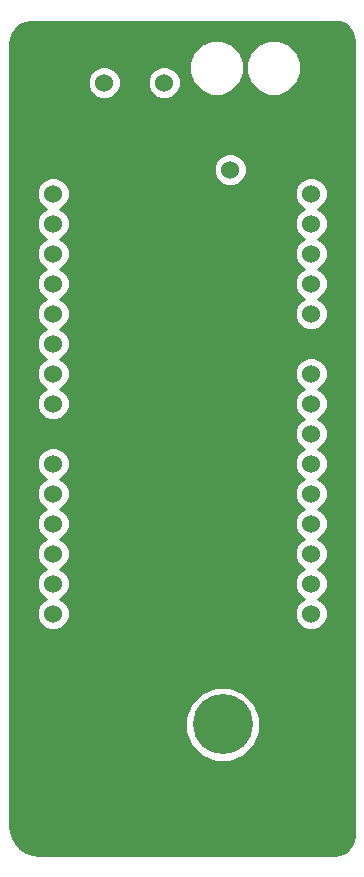
<source format=gbr>
G04 #@! TF.GenerationSoftware,KiCad,Pcbnew,(5.0.0)*
G04 #@! TF.CreationDate,2018-12-19T08:47:06-06:00*
G04 #@! TF.ProjectId,VoltageTransmitter_Hardware,566F6C746167655472616E736D697474,rev?*
G04 #@! TF.SameCoordinates,Original*
G04 #@! TF.FileFunction,Copper,L1,Top,Signal*
G04 #@! TF.FilePolarity,Positive*
%FSLAX46Y46*%
G04 Gerber Fmt 4.6, Leading zero omitted, Abs format (unit mm)*
G04 Created by KiCad (PCBNEW (5.0.0)) date 12/19/18 08:47:06*
%MOMM*%
%LPD*%
G01*
G04 APERTURE LIST*
G04 #@! TA.AperFunction,ComponentPad*
%ADD10C,1.524000*%
G04 #@! TD*
G04 #@! TA.AperFunction,ComponentPad*
%ADD11C,5.080000*%
G04 #@! TD*
G04 #@! TA.AperFunction,Conductor*
%ADD12C,0.254000*%
G04 #@! TD*
G04 APERTURE END LIST*
D10*
G04 #@! TO.P,U2,1*
G04 #@! TO.N,Din*
X143002000Y-99314000D03*
G04 #@! TO.P,U2,2*
G04 #@! TO.N,Net-(U2-Pad2)*
X143002000Y-96774000D03*
G04 #@! TO.P,U2,3*
G04 #@! TO.N,Net-(U2-Pad3)*
X143002000Y-94234000D03*
G04 #@! TO.P,U2,4*
G04 #@! TO.N,Net-(U2-Pad4)*
X143002000Y-91694000D03*
G04 #@! TO.P,U2,5*
G04 #@! TO.N,Net-(U2-Pad5)*
X143002000Y-89154000D03*
G04 #@! TO.P,U2,6*
G04 #@! TO.N,Net-(U2-Pad6)*
X143002000Y-86614000D03*
G04 #@! TO.P,U2,7*
G04 #@! TO.N,Net-(U2-Pad7)*
X143002000Y-84074000D03*
G04 #@! TO.P,U2,8*
G04 #@! TO.N,Net-(U2-Pad8)*
X143002000Y-81534000D03*
G04 #@! TO.P,U2,9*
G04 #@! TO.N,Net-(U2-Pad9)*
X143002000Y-78994000D03*
G04 #@! TO.P,U2,10*
G04 #@! TO.N,GND*
X143002000Y-76454000D03*
G04 #@! TO.P,U2,11*
G04 #@! TO.N,+3V3*
X143002000Y-73914000D03*
G04 #@! TO.P,U2,12*
G04 #@! TO.N,Net-(U2-Pad12)*
X143002000Y-71374000D03*
G04 #@! TO.P,U2,13*
G04 #@! TO.N,Net-(U2-Pad13)*
X143002000Y-68834000D03*
G04 #@! TO.P,U2,14*
G04 #@! TO.N,Net-(U2-Pad14)*
X143002000Y-66294000D03*
G04 #@! TO.P,U2,15*
G04 #@! TO.N,Net-(U2-Pad15)*
X143002000Y-63754000D03*
G04 #@! TO.P,U2,16*
G04 #@! TO.N,Net-(U2-Pad16)*
X121158000Y-63754000D03*
G04 #@! TO.P,U2,17*
G04 #@! TO.N,Net-(U2-Pad17)*
X121158000Y-66294000D03*
G04 #@! TO.P,U2,18*
G04 #@! TO.N,Net-(U2-Pad18)*
X121158000Y-68834000D03*
G04 #@! TO.P,U2,19*
G04 #@! TO.N,Net-(U2-Pad19)*
X121158000Y-71374000D03*
G04 #@! TO.P,U2,20*
G04 #@! TO.N,Net-(U2-Pad20)*
X121158000Y-73914000D03*
G04 #@! TO.P,U2,21*
G04 #@! TO.N,Net-(U2-Pad21)*
X121158000Y-76454000D03*
G04 #@! TO.P,U2,22*
G04 #@! TO.N,Net-(U2-Pad22)*
X121158000Y-78994000D03*
G04 #@! TO.P,U2,23*
G04 #@! TO.N,Net-(U2-Pad23)*
X121158000Y-81534000D03*
G04 #@! TO.P,U2,24*
G04 #@! TO.N,GND*
X121158000Y-84074000D03*
G04 #@! TO.P,U2,25*
G04 #@! TO.N,Net-(U2-Pad25)*
X121158000Y-86614000D03*
G04 #@! TO.P,U2,26*
G04 #@! TO.N,Net-(U2-Pad26)*
X121158000Y-89154000D03*
G04 #@! TO.P,U2,27*
G04 #@! TO.N,Net-(U2-Pad27)*
X121158000Y-91694000D03*
G04 #@! TO.P,U2,28*
G04 #@! TO.N,Net-(U2-Pad28)*
X121158000Y-94234000D03*
G04 #@! TO.P,U2,29*
G04 #@! TO.N,Net-(U2-Pad29)*
X121158000Y-96774000D03*
G04 #@! TO.P,U2,30*
G04 #@! TO.N,Net-(U2-Pad30)*
X121158000Y-99314000D03*
G04 #@! TD*
D11*
G04 #@! TO.P,Conn1,1*
G04 #@! TO.N,GND*
X127507000Y-108686600D03*
G04 #@! TO.P,Conn1,2*
G04 #@! TO.N,Net-(Conn1-Pad2)*
X135508000Y-108686600D03*
G04 #@! TD*
D10*
G04 #@! TO.P,Conn2,1*
G04 #@! TO.N,GND*
X138684000Y-61722000D03*
G04 #@! TO.P,Conn2,2*
G04 #@! TO.N,Net-(C1-Pad1)*
X136144000Y-61722000D03*
G04 #@! TD*
G04 #@! TO.P,U1,1*
G04 #@! TO.N,Net-(C1-Pad1)*
X130556000Y-54356000D03*
G04 #@! TO.P,U1,2*
G04 #@! TO.N,GND*
X128016000Y-54356000D03*
G04 #@! TO.P,U1,3*
G04 #@! TO.N,+3V3*
X125476000Y-54356000D03*
G04 #@! TD*
D12*
G04 #@! TO.N,GND*
G36*
X145446839Y-49259263D02*
X145831546Y-49418613D01*
X146161897Y-49672100D01*
X146415387Y-50002455D01*
X146574737Y-50387161D01*
X146635001Y-50844908D01*
X146635000Y-118065100D01*
X146574737Y-118522839D01*
X146415387Y-118907545D01*
X146161897Y-119237900D01*
X145831546Y-119491387D01*
X145446839Y-119650737D01*
X144989100Y-119711000D01*
X119927794Y-119711000D01*
X119345462Y-119643107D01*
X118832021Y-119456737D01*
X118375229Y-119157250D01*
X117999589Y-118760716D01*
X117725242Y-118288393D01*
X117564194Y-117756653D01*
X117525000Y-117317494D01*
X117525000Y-108055053D01*
X132333000Y-108055053D01*
X132333000Y-109318147D01*
X132816365Y-110485093D01*
X133709507Y-111378235D01*
X134876453Y-111861600D01*
X136139547Y-111861600D01*
X137306493Y-111378235D01*
X138199635Y-110485093D01*
X138683000Y-109318147D01*
X138683000Y-108055053D01*
X138199635Y-106888107D01*
X137306493Y-105994965D01*
X136139547Y-105511600D01*
X134876453Y-105511600D01*
X133709507Y-105994965D01*
X132816365Y-106888107D01*
X132333000Y-108055053D01*
X117525000Y-108055053D01*
X117525000Y-86336119D01*
X119761000Y-86336119D01*
X119761000Y-86891881D01*
X119973680Y-87405337D01*
X120366663Y-87798320D01*
X120573513Y-87884000D01*
X120366663Y-87969680D01*
X119973680Y-88362663D01*
X119761000Y-88876119D01*
X119761000Y-89431881D01*
X119973680Y-89945337D01*
X120366663Y-90338320D01*
X120573513Y-90424000D01*
X120366663Y-90509680D01*
X119973680Y-90902663D01*
X119761000Y-91416119D01*
X119761000Y-91971881D01*
X119973680Y-92485337D01*
X120366663Y-92878320D01*
X120573513Y-92964000D01*
X120366663Y-93049680D01*
X119973680Y-93442663D01*
X119761000Y-93956119D01*
X119761000Y-94511881D01*
X119973680Y-95025337D01*
X120366663Y-95418320D01*
X120573513Y-95504000D01*
X120366663Y-95589680D01*
X119973680Y-95982663D01*
X119761000Y-96496119D01*
X119761000Y-97051881D01*
X119973680Y-97565337D01*
X120366663Y-97958320D01*
X120573513Y-98044000D01*
X120366663Y-98129680D01*
X119973680Y-98522663D01*
X119761000Y-99036119D01*
X119761000Y-99591881D01*
X119973680Y-100105337D01*
X120366663Y-100498320D01*
X120880119Y-100711000D01*
X121435881Y-100711000D01*
X121949337Y-100498320D01*
X122342320Y-100105337D01*
X122555000Y-99591881D01*
X122555000Y-99036119D01*
X122342320Y-98522663D01*
X121949337Y-98129680D01*
X121742487Y-98044000D01*
X121949337Y-97958320D01*
X122342320Y-97565337D01*
X122555000Y-97051881D01*
X122555000Y-96496119D01*
X122342320Y-95982663D01*
X121949337Y-95589680D01*
X121742487Y-95504000D01*
X121949337Y-95418320D01*
X122342320Y-95025337D01*
X122555000Y-94511881D01*
X122555000Y-93956119D01*
X122342320Y-93442663D01*
X121949337Y-93049680D01*
X121742487Y-92964000D01*
X121949337Y-92878320D01*
X122342320Y-92485337D01*
X122555000Y-91971881D01*
X122555000Y-91416119D01*
X122342320Y-90902663D01*
X121949337Y-90509680D01*
X121742487Y-90424000D01*
X121949337Y-90338320D01*
X122342320Y-89945337D01*
X122555000Y-89431881D01*
X122555000Y-88876119D01*
X122342320Y-88362663D01*
X121949337Y-87969680D01*
X121742487Y-87884000D01*
X121949337Y-87798320D01*
X122342320Y-87405337D01*
X122555000Y-86891881D01*
X122555000Y-86336119D01*
X122342320Y-85822663D01*
X121949337Y-85429680D01*
X121435881Y-85217000D01*
X120880119Y-85217000D01*
X120366663Y-85429680D01*
X119973680Y-85822663D01*
X119761000Y-86336119D01*
X117525000Y-86336119D01*
X117525000Y-63476119D01*
X119761000Y-63476119D01*
X119761000Y-64031881D01*
X119973680Y-64545337D01*
X120366663Y-64938320D01*
X120573513Y-65024000D01*
X120366663Y-65109680D01*
X119973680Y-65502663D01*
X119761000Y-66016119D01*
X119761000Y-66571881D01*
X119973680Y-67085337D01*
X120366663Y-67478320D01*
X120573513Y-67564000D01*
X120366663Y-67649680D01*
X119973680Y-68042663D01*
X119761000Y-68556119D01*
X119761000Y-69111881D01*
X119973680Y-69625337D01*
X120366663Y-70018320D01*
X120573513Y-70104000D01*
X120366663Y-70189680D01*
X119973680Y-70582663D01*
X119761000Y-71096119D01*
X119761000Y-71651881D01*
X119973680Y-72165337D01*
X120366663Y-72558320D01*
X120573513Y-72644000D01*
X120366663Y-72729680D01*
X119973680Y-73122663D01*
X119761000Y-73636119D01*
X119761000Y-74191881D01*
X119973680Y-74705337D01*
X120366663Y-75098320D01*
X120573513Y-75184000D01*
X120366663Y-75269680D01*
X119973680Y-75662663D01*
X119761000Y-76176119D01*
X119761000Y-76731881D01*
X119973680Y-77245337D01*
X120366663Y-77638320D01*
X120573513Y-77724000D01*
X120366663Y-77809680D01*
X119973680Y-78202663D01*
X119761000Y-78716119D01*
X119761000Y-79271881D01*
X119973680Y-79785337D01*
X120366663Y-80178320D01*
X120573513Y-80264000D01*
X120366663Y-80349680D01*
X119973680Y-80742663D01*
X119761000Y-81256119D01*
X119761000Y-81811881D01*
X119973680Y-82325337D01*
X120366663Y-82718320D01*
X120880119Y-82931000D01*
X121435881Y-82931000D01*
X121949337Y-82718320D01*
X122342320Y-82325337D01*
X122555000Y-81811881D01*
X122555000Y-81256119D01*
X122342320Y-80742663D01*
X121949337Y-80349680D01*
X121742487Y-80264000D01*
X121949337Y-80178320D01*
X122342320Y-79785337D01*
X122555000Y-79271881D01*
X122555000Y-78716119D01*
X141605000Y-78716119D01*
X141605000Y-79271881D01*
X141817680Y-79785337D01*
X142210663Y-80178320D01*
X142417513Y-80264000D01*
X142210663Y-80349680D01*
X141817680Y-80742663D01*
X141605000Y-81256119D01*
X141605000Y-81811881D01*
X141817680Y-82325337D01*
X142210663Y-82718320D01*
X142417513Y-82804000D01*
X142210663Y-82889680D01*
X141817680Y-83282663D01*
X141605000Y-83796119D01*
X141605000Y-84351881D01*
X141817680Y-84865337D01*
X142210663Y-85258320D01*
X142417513Y-85344000D01*
X142210663Y-85429680D01*
X141817680Y-85822663D01*
X141605000Y-86336119D01*
X141605000Y-86891881D01*
X141817680Y-87405337D01*
X142210663Y-87798320D01*
X142417513Y-87884000D01*
X142210663Y-87969680D01*
X141817680Y-88362663D01*
X141605000Y-88876119D01*
X141605000Y-89431881D01*
X141817680Y-89945337D01*
X142210663Y-90338320D01*
X142417513Y-90424000D01*
X142210663Y-90509680D01*
X141817680Y-90902663D01*
X141605000Y-91416119D01*
X141605000Y-91971881D01*
X141817680Y-92485337D01*
X142210663Y-92878320D01*
X142417513Y-92964000D01*
X142210663Y-93049680D01*
X141817680Y-93442663D01*
X141605000Y-93956119D01*
X141605000Y-94511881D01*
X141817680Y-95025337D01*
X142210663Y-95418320D01*
X142417513Y-95504000D01*
X142210663Y-95589680D01*
X141817680Y-95982663D01*
X141605000Y-96496119D01*
X141605000Y-97051881D01*
X141817680Y-97565337D01*
X142210663Y-97958320D01*
X142417513Y-98044000D01*
X142210663Y-98129680D01*
X141817680Y-98522663D01*
X141605000Y-99036119D01*
X141605000Y-99591881D01*
X141817680Y-100105337D01*
X142210663Y-100498320D01*
X142724119Y-100711000D01*
X143279881Y-100711000D01*
X143793337Y-100498320D01*
X144186320Y-100105337D01*
X144399000Y-99591881D01*
X144399000Y-99036119D01*
X144186320Y-98522663D01*
X143793337Y-98129680D01*
X143586487Y-98044000D01*
X143793337Y-97958320D01*
X144186320Y-97565337D01*
X144399000Y-97051881D01*
X144399000Y-96496119D01*
X144186320Y-95982663D01*
X143793337Y-95589680D01*
X143586487Y-95504000D01*
X143793337Y-95418320D01*
X144186320Y-95025337D01*
X144399000Y-94511881D01*
X144399000Y-93956119D01*
X144186320Y-93442663D01*
X143793337Y-93049680D01*
X143586487Y-92964000D01*
X143793337Y-92878320D01*
X144186320Y-92485337D01*
X144399000Y-91971881D01*
X144399000Y-91416119D01*
X144186320Y-90902663D01*
X143793337Y-90509680D01*
X143586487Y-90424000D01*
X143793337Y-90338320D01*
X144186320Y-89945337D01*
X144399000Y-89431881D01*
X144399000Y-88876119D01*
X144186320Y-88362663D01*
X143793337Y-87969680D01*
X143586487Y-87884000D01*
X143793337Y-87798320D01*
X144186320Y-87405337D01*
X144399000Y-86891881D01*
X144399000Y-86336119D01*
X144186320Y-85822663D01*
X143793337Y-85429680D01*
X143586487Y-85344000D01*
X143793337Y-85258320D01*
X144186320Y-84865337D01*
X144399000Y-84351881D01*
X144399000Y-83796119D01*
X144186320Y-83282663D01*
X143793337Y-82889680D01*
X143586487Y-82804000D01*
X143793337Y-82718320D01*
X144186320Y-82325337D01*
X144399000Y-81811881D01*
X144399000Y-81256119D01*
X144186320Y-80742663D01*
X143793337Y-80349680D01*
X143586487Y-80264000D01*
X143793337Y-80178320D01*
X144186320Y-79785337D01*
X144399000Y-79271881D01*
X144399000Y-78716119D01*
X144186320Y-78202663D01*
X143793337Y-77809680D01*
X143279881Y-77597000D01*
X142724119Y-77597000D01*
X142210663Y-77809680D01*
X141817680Y-78202663D01*
X141605000Y-78716119D01*
X122555000Y-78716119D01*
X122342320Y-78202663D01*
X121949337Y-77809680D01*
X121742487Y-77724000D01*
X121949337Y-77638320D01*
X122342320Y-77245337D01*
X122555000Y-76731881D01*
X122555000Y-76176119D01*
X122342320Y-75662663D01*
X121949337Y-75269680D01*
X121742487Y-75184000D01*
X121949337Y-75098320D01*
X122342320Y-74705337D01*
X122555000Y-74191881D01*
X122555000Y-73636119D01*
X122342320Y-73122663D01*
X121949337Y-72729680D01*
X121742487Y-72644000D01*
X121949337Y-72558320D01*
X122342320Y-72165337D01*
X122555000Y-71651881D01*
X122555000Y-71096119D01*
X122342320Y-70582663D01*
X121949337Y-70189680D01*
X121742487Y-70104000D01*
X121949337Y-70018320D01*
X122342320Y-69625337D01*
X122555000Y-69111881D01*
X122555000Y-68556119D01*
X122342320Y-68042663D01*
X121949337Y-67649680D01*
X121742487Y-67564000D01*
X121949337Y-67478320D01*
X122342320Y-67085337D01*
X122555000Y-66571881D01*
X122555000Y-66016119D01*
X122342320Y-65502663D01*
X121949337Y-65109680D01*
X121742487Y-65024000D01*
X121949337Y-64938320D01*
X122342320Y-64545337D01*
X122555000Y-64031881D01*
X122555000Y-63476119D01*
X141605000Y-63476119D01*
X141605000Y-64031881D01*
X141817680Y-64545337D01*
X142210663Y-64938320D01*
X142417513Y-65024000D01*
X142210663Y-65109680D01*
X141817680Y-65502663D01*
X141605000Y-66016119D01*
X141605000Y-66571881D01*
X141817680Y-67085337D01*
X142210663Y-67478320D01*
X142417513Y-67564000D01*
X142210663Y-67649680D01*
X141817680Y-68042663D01*
X141605000Y-68556119D01*
X141605000Y-69111881D01*
X141817680Y-69625337D01*
X142210663Y-70018320D01*
X142417513Y-70104000D01*
X142210663Y-70189680D01*
X141817680Y-70582663D01*
X141605000Y-71096119D01*
X141605000Y-71651881D01*
X141817680Y-72165337D01*
X142210663Y-72558320D01*
X142417513Y-72644000D01*
X142210663Y-72729680D01*
X141817680Y-73122663D01*
X141605000Y-73636119D01*
X141605000Y-74191881D01*
X141817680Y-74705337D01*
X142210663Y-75098320D01*
X142724119Y-75311000D01*
X143279881Y-75311000D01*
X143793337Y-75098320D01*
X144186320Y-74705337D01*
X144399000Y-74191881D01*
X144399000Y-73636119D01*
X144186320Y-73122663D01*
X143793337Y-72729680D01*
X143586487Y-72644000D01*
X143793337Y-72558320D01*
X144186320Y-72165337D01*
X144399000Y-71651881D01*
X144399000Y-71096119D01*
X144186320Y-70582663D01*
X143793337Y-70189680D01*
X143586487Y-70104000D01*
X143793337Y-70018320D01*
X144186320Y-69625337D01*
X144399000Y-69111881D01*
X144399000Y-68556119D01*
X144186320Y-68042663D01*
X143793337Y-67649680D01*
X143586487Y-67564000D01*
X143793337Y-67478320D01*
X144186320Y-67085337D01*
X144399000Y-66571881D01*
X144399000Y-66016119D01*
X144186320Y-65502663D01*
X143793337Y-65109680D01*
X143586487Y-65024000D01*
X143793337Y-64938320D01*
X144186320Y-64545337D01*
X144399000Y-64031881D01*
X144399000Y-63476119D01*
X144186320Y-62962663D01*
X143793337Y-62569680D01*
X143279881Y-62357000D01*
X142724119Y-62357000D01*
X142210663Y-62569680D01*
X141817680Y-62962663D01*
X141605000Y-63476119D01*
X122555000Y-63476119D01*
X122342320Y-62962663D01*
X121949337Y-62569680D01*
X121435881Y-62357000D01*
X120880119Y-62357000D01*
X120366663Y-62569680D01*
X119973680Y-62962663D01*
X119761000Y-63476119D01*
X117525000Y-63476119D01*
X117525000Y-61444119D01*
X134747000Y-61444119D01*
X134747000Y-61999881D01*
X134959680Y-62513337D01*
X135352663Y-62906320D01*
X135866119Y-63119000D01*
X136421881Y-63119000D01*
X136935337Y-62906320D01*
X137328320Y-62513337D01*
X137541000Y-61999881D01*
X137541000Y-61444119D01*
X137328320Y-60930663D01*
X136935337Y-60537680D01*
X136421881Y-60325000D01*
X135866119Y-60325000D01*
X135352663Y-60537680D01*
X134959680Y-60930663D01*
X134747000Y-61444119D01*
X117525000Y-61444119D01*
X117525000Y-54078119D01*
X124079000Y-54078119D01*
X124079000Y-54633881D01*
X124291680Y-55147337D01*
X124684663Y-55540320D01*
X125198119Y-55753000D01*
X125753881Y-55753000D01*
X126267337Y-55540320D01*
X126660320Y-55147337D01*
X126873000Y-54633881D01*
X126873000Y-54078119D01*
X129159000Y-54078119D01*
X129159000Y-54633881D01*
X129371680Y-55147337D01*
X129764663Y-55540320D01*
X130278119Y-55753000D01*
X130833881Y-55753000D01*
X131347337Y-55540320D01*
X131740320Y-55147337D01*
X131953000Y-54633881D01*
X131953000Y-54078119D01*
X131740320Y-53564663D01*
X131347337Y-53171680D01*
X130833881Y-52959000D01*
X130278119Y-52959000D01*
X129764663Y-53171680D01*
X129371680Y-53564663D01*
X129159000Y-54078119D01*
X126873000Y-54078119D01*
X126660320Y-53564663D01*
X126267337Y-53171680D01*
X125753881Y-52959000D01*
X125198119Y-52959000D01*
X124684663Y-53171680D01*
X124291680Y-53564663D01*
X124079000Y-54078119D01*
X117525000Y-54078119D01*
X117525000Y-52616567D01*
X132641000Y-52616567D01*
X132641000Y-53555433D01*
X133000289Y-54422833D01*
X133664167Y-55086711D01*
X134531567Y-55446000D01*
X135470433Y-55446000D01*
X136337833Y-55086711D01*
X137001711Y-54422833D01*
X137361000Y-53555433D01*
X137361000Y-52616567D01*
X137359344Y-52612567D01*
X137469000Y-52612567D01*
X137469000Y-53551433D01*
X137828289Y-54418833D01*
X138492167Y-55082711D01*
X139359567Y-55442000D01*
X140298433Y-55442000D01*
X141165833Y-55082711D01*
X141829711Y-54418833D01*
X142189000Y-53551433D01*
X142189000Y-52612567D01*
X141829711Y-51745167D01*
X141165833Y-51081289D01*
X140298433Y-50722000D01*
X139359567Y-50722000D01*
X138492167Y-51081289D01*
X137828289Y-51745167D01*
X137469000Y-52612567D01*
X137359344Y-52612567D01*
X137001711Y-51749167D01*
X136337833Y-51085289D01*
X135470433Y-50726000D01*
X134531567Y-50726000D01*
X133664167Y-51085289D01*
X133000289Y-51749167D01*
X132641000Y-52616567D01*
X117525000Y-52616567D01*
X117525000Y-51097101D01*
X117588552Y-50594033D01*
X117759222Y-50162971D01*
X118031732Y-49787892D01*
X118388960Y-49492367D01*
X118808454Y-49294968D01*
X119295913Y-49201981D01*
X119390760Y-49199000D01*
X144989100Y-49199000D01*
X145446839Y-49259263D01*
X145446839Y-49259263D01*
G37*
X145446839Y-49259263D02*
X145831546Y-49418613D01*
X146161897Y-49672100D01*
X146415387Y-50002455D01*
X146574737Y-50387161D01*
X146635001Y-50844908D01*
X146635000Y-118065100D01*
X146574737Y-118522839D01*
X146415387Y-118907545D01*
X146161897Y-119237900D01*
X145831546Y-119491387D01*
X145446839Y-119650737D01*
X144989100Y-119711000D01*
X119927794Y-119711000D01*
X119345462Y-119643107D01*
X118832021Y-119456737D01*
X118375229Y-119157250D01*
X117999589Y-118760716D01*
X117725242Y-118288393D01*
X117564194Y-117756653D01*
X117525000Y-117317494D01*
X117525000Y-108055053D01*
X132333000Y-108055053D01*
X132333000Y-109318147D01*
X132816365Y-110485093D01*
X133709507Y-111378235D01*
X134876453Y-111861600D01*
X136139547Y-111861600D01*
X137306493Y-111378235D01*
X138199635Y-110485093D01*
X138683000Y-109318147D01*
X138683000Y-108055053D01*
X138199635Y-106888107D01*
X137306493Y-105994965D01*
X136139547Y-105511600D01*
X134876453Y-105511600D01*
X133709507Y-105994965D01*
X132816365Y-106888107D01*
X132333000Y-108055053D01*
X117525000Y-108055053D01*
X117525000Y-86336119D01*
X119761000Y-86336119D01*
X119761000Y-86891881D01*
X119973680Y-87405337D01*
X120366663Y-87798320D01*
X120573513Y-87884000D01*
X120366663Y-87969680D01*
X119973680Y-88362663D01*
X119761000Y-88876119D01*
X119761000Y-89431881D01*
X119973680Y-89945337D01*
X120366663Y-90338320D01*
X120573513Y-90424000D01*
X120366663Y-90509680D01*
X119973680Y-90902663D01*
X119761000Y-91416119D01*
X119761000Y-91971881D01*
X119973680Y-92485337D01*
X120366663Y-92878320D01*
X120573513Y-92964000D01*
X120366663Y-93049680D01*
X119973680Y-93442663D01*
X119761000Y-93956119D01*
X119761000Y-94511881D01*
X119973680Y-95025337D01*
X120366663Y-95418320D01*
X120573513Y-95504000D01*
X120366663Y-95589680D01*
X119973680Y-95982663D01*
X119761000Y-96496119D01*
X119761000Y-97051881D01*
X119973680Y-97565337D01*
X120366663Y-97958320D01*
X120573513Y-98044000D01*
X120366663Y-98129680D01*
X119973680Y-98522663D01*
X119761000Y-99036119D01*
X119761000Y-99591881D01*
X119973680Y-100105337D01*
X120366663Y-100498320D01*
X120880119Y-100711000D01*
X121435881Y-100711000D01*
X121949337Y-100498320D01*
X122342320Y-100105337D01*
X122555000Y-99591881D01*
X122555000Y-99036119D01*
X122342320Y-98522663D01*
X121949337Y-98129680D01*
X121742487Y-98044000D01*
X121949337Y-97958320D01*
X122342320Y-97565337D01*
X122555000Y-97051881D01*
X122555000Y-96496119D01*
X122342320Y-95982663D01*
X121949337Y-95589680D01*
X121742487Y-95504000D01*
X121949337Y-95418320D01*
X122342320Y-95025337D01*
X122555000Y-94511881D01*
X122555000Y-93956119D01*
X122342320Y-93442663D01*
X121949337Y-93049680D01*
X121742487Y-92964000D01*
X121949337Y-92878320D01*
X122342320Y-92485337D01*
X122555000Y-91971881D01*
X122555000Y-91416119D01*
X122342320Y-90902663D01*
X121949337Y-90509680D01*
X121742487Y-90424000D01*
X121949337Y-90338320D01*
X122342320Y-89945337D01*
X122555000Y-89431881D01*
X122555000Y-88876119D01*
X122342320Y-88362663D01*
X121949337Y-87969680D01*
X121742487Y-87884000D01*
X121949337Y-87798320D01*
X122342320Y-87405337D01*
X122555000Y-86891881D01*
X122555000Y-86336119D01*
X122342320Y-85822663D01*
X121949337Y-85429680D01*
X121435881Y-85217000D01*
X120880119Y-85217000D01*
X120366663Y-85429680D01*
X119973680Y-85822663D01*
X119761000Y-86336119D01*
X117525000Y-86336119D01*
X117525000Y-63476119D01*
X119761000Y-63476119D01*
X119761000Y-64031881D01*
X119973680Y-64545337D01*
X120366663Y-64938320D01*
X120573513Y-65024000D01*
X120366663Y-65109680D01*
X119973680Y-65502663D01*
X119761000Y-66016119D01*
X119761000Y-66571881D01*
X119973680Y-67085337D01*
X120366663Y-67478320D01*
X120573513Y-67564000D01*
X120366663Y-67649680D01*
X119973680Y-68042663D01*
X119761000Y-68556119D01*
X119761000Y-69111881D01*
X119973680Y-69625337D01*
X120366663Y-70018320D01*
X120573513Y-70104000D01*
X120366663Y-70189680D01*
X119973680Y-70582663D01*
X119761000Y-71096119D01*
X119761000Y-71651881D01*
X119973680Y-72165337D01*
X120366663Y-72558320D01*
X120573513Y-72644000D01*
X120366663Y-72729680D01*
X119973680Y-73122663D01*
X119761000Y-73636119D01*
X119761000Y-74191881D01*
X119973680Y-74705337D01*
X120366663Y-75098320D01*
X120573513Y-75184000D01*
X120366663Y-75269680D01*
X119973680Y-75662663D01*
X119761000Y-76176119D01*
X119761000Y-76731881D01*
X119973680Y-77245337D01*
X120366663Y-77638320D01*
X120573513Y-77724000D01*
X120366663Y-77809680D01*
X119973680Y-78202663D01*
X119761000Y-78716119D01*
X119761000Y-79271881D01*
X119973680Y-79785337D01*
X120366663Y-80178320D01*
X120573513Y-80264000D01*
X120366663Y-80349680D01*
X119973680Y-80742663D01*
X119761000Y-81256119D01*
X119761000Y-81811881D01*
X119973680Y-82325337D01*
X120366663Y-82718320D01*
X120880119Y-82931000D01*
X121435881Y-82931000D01*
X121949337Y-82718320D01*
X122342320Y-82325337D01*
X122555000Y-81811881D01*
X122555000Y-81256119D01*
X122342320Y-80742663D01*
X121949337Y-80349680D01*
X121742487Y-80264000D01*
X121949337Y-80178320D01*
X122342320Y-79785337D01*
X122555000Y-79271881D01*
X122555000Y-78716119D01*
X141605000Y-78716119D01*
X141605000Y-79271881D01*
X141817680Y-79785337D01*
X142210663Y-80178320D01*
X142417513Y-80264000D01*
X142210663Y-80349680D01*
X141817680Y-80742663D01*
X141605000Y-81256119D01*
X141605000Y-81811881D01*
X141817680Y-82325337D01*
X142210663Y-82718320D01*
X142417513Y-82804000D01*
X142210663Y-82889680D01*
X141817680Y-83282663D01*
X141605000Y-83796119D01*
X141605000Y-84351881D01*
X141817680Y-84865337D01*
X142210663Y-85258320D01*
X142417513Y-85344000D01*
X142210663Y-85429680D01*
X141817680Y-85822663D01*
X141605000Y-86336119D01*
X141605000Y-86891881D01*
X141817680Y-87405337D01*
X142210663Y-87798320D01*
X142417513Y-87884000D01*
X142210663Y-87969680D01*
X141817680Y-88362663D01*
X141605000Y-88876119D01*
X141605000Y-89431881D01*
X141817680Y-89945337D01*
X142210663Y-90338320D01*
X142417513Y-90424000D01*
X142210663Y-90509680D01*
X141817680Y-90902663D01*
X141605000Y-91416119D01*
X141605000Y-91971881D01*
X141817680Y-92485337D01*
X142210663Y-92878320D01*
X142417513Y-92964000D01*
X142210663Y-93049680D01*
X141817680Y-93442663D01*
X141605000Y-93956119D01*
X141605000Y-94511881D01*
X141817680Y-95025337D01*
X142210663Y-95418320D01*
X142417513Y-95504000D01*
X142210663Y-95589680D01*
X141817680Y-95982663D01*
X141605000Y-96496119D01*
X141605000Y-97051881D01*
X141817680Y-97565337D01*
X142210663Y-97958320D01*
X142417513Y-98044000D01*
X142210663Y-98129680D01*
X141817680Y-98522663D01*
X141605000Y-99036119D01*
X141605000Y-99591881D01*
X141817680Y-100105337D01*
X142210663Y-100498320D01*
X142724119Y-100711000D01*
X143279881Y-100711000D01*
X143793337Y-100498320D01*
X144186320Y-100105337D01*
X144399000Y-99591881D01*
X144399000Y-99036119D01*
X144186320Y-98522663D01*
X143793337Y-98129680D01*
X143586487Y-98044000D01*
X143793337Y-97958320D01*
X144186320Y-97565337D01*
X144399000Y-97051881D01*
X144399000Y-96496119D01*
X144186320Y-95982663D01*
X143793337Y-95589680D01*
X143586487Y-95504000D01*
X143793337Y-95418320D01*
X144186320Y-95025337D01*
X144399000Y-94511881D01*
X144399000Y-93956119D01*
X144186320Y-93442663D01*
X143793337Y-93049680D01*
X143586487Y-92964000D01*
X143793337Y-92878320D01*
X144186320Y-92485337D01*
X144399000Y-91971881D01*
X144399000Y-91416119D01*
X144186320Y-90902663D01*
X143793337Y-90509680D01*
X143586487Y-90424000D01*
X143793337Y-90338320D01*
X144186320Y-89945337D01*
X144399000Y-89431881D01*
X144399000Y-88876119D01*
X144186320Y-88362663D01*
X143793337Y-87969680D01*
X143586487Y-87884000D01*
X143793337Y-87798320D01*
X144186320Y-87405337D01*
X144399000Y-86891881D01*
X144399000Y-86336119D01*
X144186320Y-85822663D01*
X143793337Y-85429680D01*
X143586487Y-85344000D01*
X143793337Y-85258320D01*
X144186320Y-84865337D01*
X144399000Y-84351881D01*
X144399000Y-83796119D01*
X144186320Y-83282663D01*
X143793337Y-82889680D01*
X143586487Y-82804000D01*
X143793337Y-82718320D01*
X144186320Y-82325337D01*
X144399000Y-81811881D01*
X144399000Y-81256119D01*
X144186320Y-80742663D01*
X143793337Y-80349680D01*
X143586487Y-80264000D01*
X143793337Y-80178320D01*
X144186320Y-79785337D01*
X144399000Y-79271881D01*
X144399000Y-78716119D01*
X144186320Y-78202663D01*
X143793337Y-77809680D01*
X143279881Y-77597000D01*
X142724119Y-77597000D01*
X142210663Y-77809680D01*
X141817680Y-78202663D01*
X141605000Y-78716119D01*
X122555000Y-78716119D01*
X122342320Y-78202663D01*
X121949337Y-77809680D01*
X121742487Y-77724000D01*
X121949337Y-77638320D01*
X122342320Y-77245337D01*
X122555000Y-76731881D01*
X122555000Y-76176119D01*
X122342320Y-75662663D01*
X121949337Y-75269680D01*
X121742487Y-75184000D01*
X121949337Y-75098320D01*
X122342320Y-74705337D01*
X122555000Y-74191881D01*
X122555000Y-73636119D01*
X122342320Y-73122663D01*
X121949337Y-72729680D01*
X121742487Y-72644000D01*
X121949337Y-72558320D01*
X122342320Y-72165337D01*
X122555000Y-71651881D01*
X122555000Y-71096119D01*
X122342320Y-70582663D01*
X121949337Y-70189680D01*
X121742487Y-70104000D01*
X121949337Y-70018320D01*
X122342320Y-69625337D01*
X122555000Y-69111881D01*
X122555000Y-68556119D01*
X122342320Y-68042663D01*
X121949337Y-67649680D01*
X121742487Y-67564000D01*
X121949337Y-67478320D01*
X122342320Y-67085337D01*
X122555000Y-66571881D01*
X122555000Y-66016119D01*
X122342320Y-65502663D01*
X121949337Y-65109680D01*
X121742487Y-65024000D01*
X121949337Y-64938320D01*
X122342320Y-64545337D01*
X122555000Y-64031881D01*
X122555000Y-63476119D01*
X141605000Y-63476119D01*
X141605000Y-64031881D01*
X141817680Y-64545337D01*
X142210663Y-64938320D01*
X142417513Y-65024000D01*
X142210663Y-65109680D01*
X141817680Y-65502663D01*
X141605000Y-66016119D01*
X141605000Y-66571881D01*
X141817680Y-67085337D01*
X142210663Y-67478320D01*
X142417513Y-67564000D01*
X142210663Y-67649680D01*
X141817680Y-68042663D01*
X141605000Y-68556119D01*
X141605000Y-69111881D01*
X141817680Y-69625337D01*
X142210663Y-70018320D01*
X142417513Y-70104000D01*
X142210663Y-70189680D01*
X141817680Y-70582663D01*
X141605000Y-71096119D01*
X141605000Y-71651881D01*
X141817680Y-72165337D01*
X142210663Y-72558320D01*
X142417513Y-72644000D01*
X142210663Y-72729680D01*
X141817680Y-73122663D01*
X141605000Y-73636119D01*
X141605000Y-74191881D01*
X141817680Y-74705337D01*
X142210663Y-75098320D01*
X142724119Y-75311000D01*
X143279881Y-75311000D01*
X143793337Y-75098320D01*
X144186320Y-74705337D01*
X144399000Y-74191881D01*
X144399000Y-73636119D01*
X144186320Y-73122663D01*
X143793337Y-72729680D01*
X143586487Y-72644000D01*
X143793337Y-72558320D01*
X144186320Y-72165337D01*
X144399000Y-71651881D01*
X144399000Y-71096119D01*
X144186320Y-70582663D01*
X143793337Y-70189680D01*
X143586487Y-70104000D01*
X143793337Y-70018320D01*
X144186320Y-69625337D01*
X144399000Y-69111881D01*
X144399000Y-68556119D01*
X144186320Y-68042663D01*
X143793337Y-67649680D01*
X143586487Y-67564000D01*
X143793337Y-67478320D01*
X144186320Y-67085337D01*
X144399000Y-66571881D01*
X144399000Y-66016119D01*
X144186320Y-65502663D01*
X143793337Y-65109680D01*
X143586487Y-65024000D01*
X143793337Y-64938320D01*
X144186320Y-64545337D01*
X144399000Y-64031881D01*
X144399000Y-63476119D01*
X144186320Y-62962663D01*
X143793337Y-62569680D01*
X143279881Y-62357000D01*
X142724119Y-62357000D01*
X142210663Y-62569680D01*
X141817680Y-62962663D01*
X141605000Y-63476119D01*
X122555000Y-63476119D01*
X122342320Y-62962663D01*
X121949337Y-62569680D01*
X121435881Y-62357000D01*
X120880119Y-62357000D01*
X120366663Y-62569680D01*
X119973680Y-62962663D01*
X119761000Y-63476119D01*
X117525000Y-63476119D01*
X117525000Y-61444119D01*
X134747000Y-61444119D01*
X134747000Y-61999881D01*
X134959680Y-62513337D01*
X135352663Y-62906320D01*
X135866119Y-63119000D01*
X136421881Y-63119000D01*
X136935337Y-62906320D01*
X137328320Y-62513337D01*
X137541000Y-61999881D01*
X137541000Y-61444119D01*
X137328320Y-60930663D01*
X136935337Y-60537680D01*
X136421881Y-60325000D01*
X135866119Y-60325000D01*
X135352663Y-60537680D01*
X134959680Y-60930663D01*
X134747000Y-61444119D01*
X117525000Y-61444119D01*
X117525000Y-54078119D01*
X124079000Y-54078119D01*
X124079000Y-54633881D01*
X124291680Y-55147337D01*
X124684663Y-55540320D01*
X125198119Y-55753000D01*
X125753881Y-55753000D01*
X126267337Y-55540320D01*
X126660320Y-55147337D01*
X126873000Y-54633881D01*
X126873000Y-54078119D01*
X129159000Y-54078119D01*
X129159000Y-54633881D01*
X129371680Y-55147337D01*
X129764663Y-55540320D01*
X130278119Y-55753000D01*
X130833881Y-55753000D01*
X131347337Y-55540320D01*
X131740320Y-55147337D01*
X131953000Y-54633881D01*
X131953000Y-54078119D01*
X131740320Y-53564663D01*
X131347337Y-53171680D01*
X130833881Y-52959000D01*
X130278119Y-52959000D01*
X129764663Y-53171680D01*
X129371680Y-53564663D01*
X129159000Y-54078119D01*
X126873000Y-54078119D01*
X126660320Y-53564663D01*
X126267337Y-53171680D01*
X125753881Y-52959000D01*
X125198119Y-52959000D01*
X124684663Y-53171680D01*
X124291680Y-53564663D01*
X124079000Y-54078119D01*
X117525000Y-54078119D01*
X117525000Y-52616567D01*
X132641000Y-52616567D01*
X132641000Y-53555433D01*
X133000289Y-54422833D01*
X133664167Y-55086711D01*
X134531567Y-55446000D01*
X135470433Y-55446000D01*
X136337833Y-55086711D01*
X137001711Y-54422833D01*
X137361000Y-53555433D01*
X137361000Y-52616567D01*
X137359344Y-52612567D01*
X137469000Y-52612567D01*
X137469000Y-53551433D01*
X137828289Y-54418833D01*
X138492167Y-55082711D01*
X139359567Y-55442000D01*
X140298433Y-55442000D01*
X141165833Y-55082711D01*
X141829711Y-54418833D01*
X142189000Y-53551433D01*
X142189000Y-52612567D01*
X141829711Y-51745167D01*
X141165833Y-51081289D01*
X140298433Y-50722000D01*
X139359567Y-50722000D01*
X138492167Y-51081289D01*
X137828289Y-51745167D01*
X137469000Y-52612567D01*
X137359344Y-52612567D01*
X137001711Y-51749167D01*
X136337833Y-51085289D01*
X135470433Y-50726000D01*
X134531567Y-50726000D01*
X133664167Y-51085289D01*
X133000289Y-51749167D01*
X132641000Y-52616567D01*
X117525000Y-52616567D01*
X117525000Y-51097101D01*
X117588552Y-50594033D01*
X117759222Y-50162971D01*
X118031732Y-49787892D01*
X118388960Y-49492367D01*
X118808454Y-49294968D01*
X119295913Y-49201981D01*
X119390760Y-49199000D01*
X144989100Y-49199000D01*
X145446839Y-49259263D01*
G04 #@! TD*
M02*

</source>
